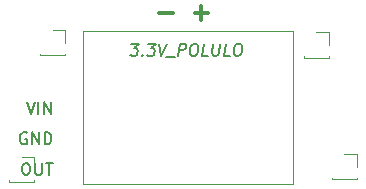
<source format=gbr>
%TF.GenerationSoftware,KiCad,Pcbnew,(6.0.4)*%
%TF.CreationDate,2023-01-17T21:54:18-05:00*%
%TF.ProjectId,Analog bridge,416e616c-6f67-4206-9272-696467652e6b,rev?*%
%TF.SameCoordinates,Original*%
%TF.FileFunction,Legend,Top*%
%TF.FilePolarity,Positive*%
%FSLAX46Y46*%
G04 Gerber Fmt 4.6, Leading zero omitted, Abs format (unit mm)*
G04 Created by KiCad (PCBNEW (6.0.4)) date 2023-01-17 21:54:18*
%MOMM*%
%LPD*%
G01*
G04 APERTURE LIST*
%ADD10C,0.300000*%
%ADD11C,0.150000*%
%ADD12C,0.120000*%
G04 APERTURE END LIST*
D10*
X16128571Y-1407142D02*
X17271428Y-1407142D01*
X19128571Y-1407142D02*
X20271428Y-1407142D01*
X19700000Y-1978571D02*
X19700000Y-835714D01*
D11*
%TO.C,3.3V_POLULO*%
X13762236Y-4002380D02*
X14381283Y-4002380D01*
X14000331Y-4383333D01*
X14143188Y-4383333D01*
X14232474Y-4430952D01*
X14274140Y-4478571D01*
X14309855Y-4573809D01*
X14280093Y-4811904D01*
X14220569Y-4907142D01*
X14166998Y-4954761D01*
X14065807Y-5002380D01*
X13780093Y-5002380D01*
X13690807Y-4954761D01*
X13649140Y-4907142D01*
X14696759Y-4907142D02*
X14738426Y-4954761D01*
X14684855Y-5002380D01*
X14643188Y-4954761D01*
X14696759Y-4907142D01*
X14684855Y-5002380D01*
X15190807Y-4002380D02*
X15809855Y-4002380D01*
X15428902Y-4383333D01*
X15571759Y-4383333D01*
X15661045Y-4430952D01*
X15702712Y-4478571D01*
X15738426Y-4573809D01*
X15708664Y-4811904D01*
X15649140Y-4907142D01*
X15595569Y-4954761D01*
X15494379Y-5002380D01*
X15208664Y-5002380D01*
X15119379Y-4954761D01*
X15077712Y-4907142D01*
X16095569Y-4002380D02*
X16303902Y-5002380D01*
X16762236Y-4002380D01*
X16720569Y-5097619D02*
X17482474Y-5097619D01*
X17732474Y-5002380D02*
X17857474Y-4002380D01*
X18238426Y-4002380D01*
X18327712Y-4050000D01*
X18369379Y-4097619D01*
X18405093Y-4192857D01*
X18387236Y-4335714D01*
X18327712Y-4430952D01*
X18274140Y-4478571D01*
X18172950Y-4526190D01*
X17791998Y-4526190D01*
X19047950Y-4002380D02*
X19238426Y-4002380D01*
X19327712Y-4050000D01*
X19411045Y-4145238D01*
X19434855Y-4335714D01*
X19393188Y-4669047D01*
X19321759Y-4859523D01*
X19214617Y-4954761D01*
X19113426Y-5002380D01*
X18922950Y-5002380D01*
X18833664Y-4954761D01*
X18750331Y-4859523D01*
X18726521Y-4669047D01*
X18768188Y-4335714D01*
X18839617Y-4145238D01*
X18946759Y-4050000D01*
X19047950Y-4002380D01*
X20256283Y-5002380D02*
X19780093Y-5002380D01*
X19905093Y-4002380D01*
X20714617Y-4002380D02*
X20613426Y-4811904D01*
X20649140Y-4907142D01*
X20690807Y-4954761D01*
X20780093Y-5002380D01*
X20970569Y-5002380D01*
X21071759Y-4954761D01*
X21125331Y-4907142D01*
X21184855Y-4811904D01*
X21286045Y-4002380D01*
X22113426Y-5002380D02*
X21637236Y-5002380D01*
X21762236Y-4002380D01*
X22762236Y-4002380D02*
X22952712Y-4002380D01*
X23041998Y-4050000D01*
X23125331Y-4145238D01*
X23149140Y-4335714D01*
X23107474Y-4669047D01*
X23036045Y-4859523D01*
X22928902Y-4954761D01*
X22827712Y-5002380D01*
X22637236Y-5002380D01*
X22547950Y-4954761D01*
X22464617Y-4859523D01*
X22440807Y-4669047D01*
X22482474Y-4335714D01*
X22553902Y-4145238D01*
X22661045Y-4050000D01*
X22762236Y-4002380D01*
X4896430Y-8902380D02*
X5229764Y-9902380D01*
X5563097Y-8902380D01*
X5896430Y-9902380D02*
X5896430Y-8902380D01*
X6372621Y-9902380D02*
X6372621Y-8902380D01*
X6944049Y-9902380D01*
X6944049Y-8902380D01*
X4753573Y-14102380D02*
X4944049Y-14102380D01*
X5039287Y-14150000D01*
X5134525Y-14245238D01*
X5182144Y-14435714D01*
X5182144Y-14769047D01*
X5134525Y-14959523D01*
X5039287Y-15054761D01*
X4944049Y-15102380D01*
X4753573Y-15102380D01*
X4658334Y-15054761D01*
X4563096Y-14959523D01*
X4515477Y-14769047D01*
X4515477Y-14435714D01*
X4563096Y-14245238D01*
X4658334Y-14150000D01*
X4753573Y-14102380D01*
X5610715Y-14102380D02*
X5610715Y-14911904D01*
X5658334Y-15007142D01*
X5705953Y-15054761D01*
X5801192Y-15102380D01*
X5991668Y-15102380D01*
X6086906Y-15054761D01*
X6134525Y-15007142D01*
X6182144Y-14911904D01*
X6182144Y-14102380D01*
X6515477Y-14102380D02*
X7086906Y-14102380D01*
X6801192Y-15102380D02*
X6801192Y-14102380D01*
X4896430Y-11550000D02*
X4801192Y-11502380D01*
X4658335Y-11502380D01*
X4515477Y-11550000D01*
X4420239Y-11645238D01*
X4372620Y-11740476D01*
X4325001Y-11930952D01*
X4325001Y-12073809D01*
X4372620Y-12264285D01*
X4420239Y-12359523D01*
X4515477Y-12454761D01*
X4658335Y-12502380D01*
X4753573Y-12502380D01*
X4896430Y-12454761D01*
X4944049Y-12407142D01*
X4944049Y-12073809D01*
X4753573Y-12073809D01*
X5372620Y-12502380D02*
X5372620Y-11502380D01*
X5944049Y-12502380D01*
X5944049Y-11502380D01*
X6420239Y-12502380D02*
X6420239Y-11502380D01*
X6658335Y-11502380D01*
X6801192Y-11550000D01*
X6896430Y-11645238D01*
X6944049Y-11740476D01*
X6991668Y-11930952D01*
X6991668Y-12073809D01*
X6944049Y-12264285D01*
X6896430Y-12359523D01*
X6801192Y-12454761D01*
X6658335Y-12502380D01*
X6420239Y-12502380D01*
D12*
%TO.C,REF\u002A\u002A*%
X4500000Y-13540000D02*
X5560000Y-13540000D01*
X5560000Y-15540000D02*
X5560000Y-15660000D01*
X3440000Y-15660000D02*
X5560000Y-15660000D01*
X5560000Y-13540000D02*
X5560000Y-14600000D01*
X3440000Y-15540000D02*
X3440000Y-15660000D01*
X30460000Y-3040000D02*
X30460000Y-4100000D01*
X28340000Y-5040000D02*
X28340000Y-5160000D01*
X28340000Y-5160000D02*
X30460000Y-5160000D01*
X30460000Y-5040000D02*
X30460000Y-5160000D01*
X29400000Y-3040000D02*
X30460000Y-3040000D01*
%TO.C,3.3V_POLULO*%
X27469997Y-2950000D02*
X9670004Y-2950000D01*
X9670004Y-2950000D02*
X9670004Y-15850000D01*
X9670004Y-15850000D02*
X27469997Y-15850000D01*
X27469997Y-15850000D02*
X27469997Y-2950000D01*
%TO.C,REF\u002A\u002A*%
X32860000Y-13340000D02*
X32860000Y-14400000D01*
X31800000Y-13340000D02*
X32860000Y-13340000D01*
X30740000Y-15460000D02*
X32860000Y-15460000D01*
X32860000Y-15340000D02*
X32860000Y-15460000D01*
X30740000Y-15340000D02*
X30740000Y-15460000D01*
X8160000Y-4840000D02*
X8160000Y-4960000D01*
X6040000Y-4840000D02*
X6040000Y-4960000D01*
X7100000Y-2840000D02*
X8160000Y-2840000D01*
X6040000Y-4960000D02*
X8160000Y-4960000D01*
X8160000Y-2840000D02*
X8160000Y-3900000D01*
%TD*%
M02*

</source>
